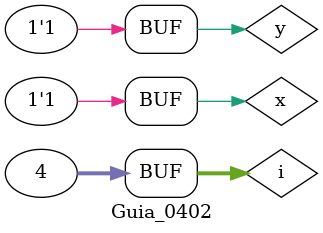
<source format=v>


module fxyzA (output s1, output s2, input  x, y); 
    assign s1 = x & ( ~x | ~y ); 
    assign s2 =  x & ~y;
endmodule // fxyzA 

module fxyzB (output s1, output s2, input  x, y); 
    assign s1 = ( ~x | y ) | ( x & y ); 
    assign s2 =  ~x | y; 
endmodule // fxyzB

module fxyzC (output s1, output s2, input  x, y); 
    assign s1 = ~( ~x & y  ) & ( x | ~y ); 
    assign s2 = ( x | ~y ) & ( x | ~y ); 
endmodule // fxyzC

module fxyzD (output s1, output s2, input  x, y); 
    assign s1 = ~( ~x & ~y ) | ~( ~x | ~y ); 
    assign s2 =  x | y; 
endmodule // fxyzD

module fxyzE (output s1, output s2, input  x, y); 
    assign s1 = ~( y | ~x ) & ( ~y | x ); 
    assign s2 =  x & ~y; 
endmodule // fxyzE

// --------------------- 
// Guia_0402 
// --------------------- 

module Guia_0402; 
    reg   x = 0, y = 0; 
    wire  s1, s2, s3, s4, s5; // expressao
    wire  S1, S2, S3, S4, S5; // expressao simplificada
    integer i = 0; 
    // instancias 
    fxyzA FXYZA (s1, S1, x, y); 
    fxyzB FXYZB (s2, S2, x, y); 
    fxyzC FXYZC (s3, S3, x, y); 
    fxyzD FXYZD (s4, S4, x, y); 
    fxyzE FXYZE (s5, S5, x, y); 

// valores iniciais 
initial begin: start 
    x=1'bx; y=1'bx;   // indefinidos 
end 

// parte principal 
initial begin: main 
    // identificacao 
    $display("Guia_0402 - Test"); 

    // monitoramento 
    $display("\na.)"); 
    $display(" x  y  = s1 s2");
    $monitor("%2b %2b  = %2b %2b", x, y, s1, S1); 
    for (i = 0; i < 4; i = i + 1) begin
        { x, y } = i;
        #1;
    end // end for

    $display("\nb.)"); 
    $display(" x  y  = s1 s2");
    $monitor("%2b %2b  = %2b %2b", x, y, s2, S2); 
    for (i = 0; i < 4; i = i + 1) begin
        { x, y } = i;
        #1;
    end // end for

    $display("\nc.)"); 
    $display(" x  y  = s1 s2");
    $monitor("%2b %2b  = %2b %2b", x, y, s3, S3); 
    for (i = 0; i < 4; i = i + 1) begin
        { x, y } = i;
        #1;
    end // end for

    $display("\nd.)"); 
    $display(" x  y  = s1 s2");
    $monitor("%2b %2b  = %2b %2b", x, y, s4, S4); 
    for (i = 0; i < 4; i = i + 1) begin
        { x, y } = i;
        #1;
    end // end for

    $display("\ne.)"); 
    $display(" x  y  = s1 s2");
    $monitor("%2b %2b  = %2b %2b", x, y, s5, S5); 
    for (i = 0; i < 4; i = i + 1) begin
        { x, y } = i;
        #1;
    end // end for 
end 

endmodule // Guia_0402
</source>
